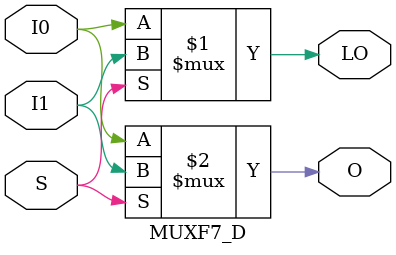
<source format=v>
`timescale  1 ps / 1 ps

module MUXF7_D
(
    input  wire I0, I1,
    input  wire S,
    output wire LO,
    output wire O
);

    assign LO = (S) ? I1 : I0;
    assign O  = (S) ? I1 : I0;

endmodule

</source>
